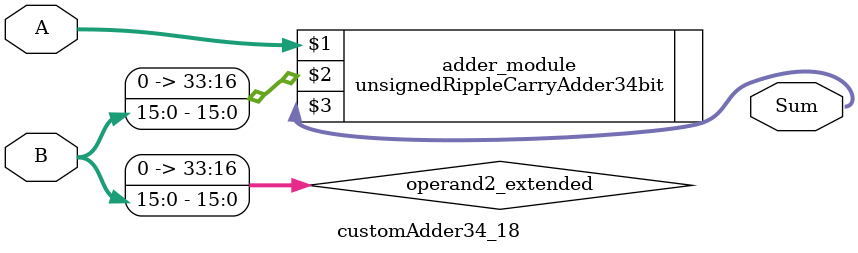
<source format=v>
module customAdder34_18(
                        input [33 : 0] A,
                        input [15 : 0] B,
                        
                        output [34 : 0] Sum
                );

        wire [33 : 0] operand2_extended;
        
        assign operand2_extended =  {18'b0, B};
        
        unsignedRippleCarryAdder34bit adder_module(
            A,
            operand2_extended,
            Sum
        );
        
        endmodule
        
</source>
